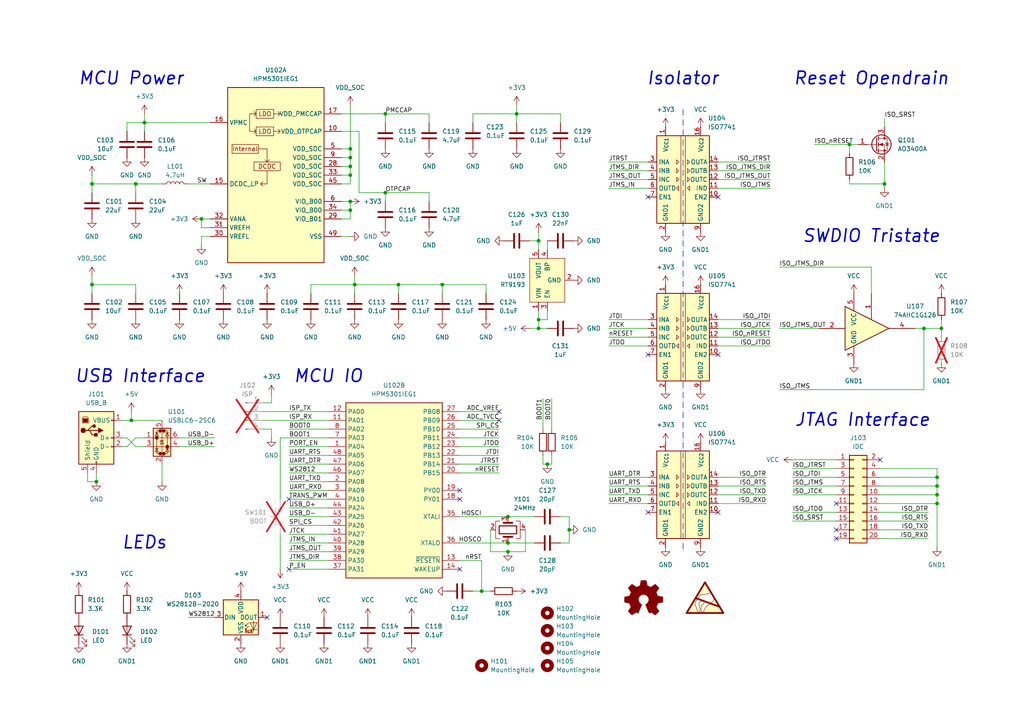
<source format=kicad_sch>
(kicad_sch (version 20250114) (generator "eeschema") (generator_version "9.0")
  (paper "A4")
  (title_block (title "HSLink ISO") (date "2025-12-05") (rev "1.0") (company "akako"))
  (text "JTAG Interface" (at 250.19 121.92 0) (effects (font (size 3.62 3.62) (thickness 0.4525) (italic yes))))
  (text "Isolator" (at 198.12 22.86 0) (effects (font (size 3.62 3.62) (thickness 0.4525) (italic yes))))
  (text "USB Interface" (at 40.64 109.22 0) (effects (font (size 3.62 3.62) (thickness 0.4525) (italic yes))))
  (text "Reset Opendrain" (at 252.73 22.86 0) (effects (font (size 3.62 3.62) (thickness 0.4525) (italic yes))))
  (text "MCU Power" (at 38.1 22.86 0) (effects (font (size 3.62 3.62) (thickness 0.4525) (italic yes))))
  (text "MCU IO" (at 95.25 109.22 0) (effects (font (size 3.62 3.62) (thickness 0.4525) (italic yes))))
  (text "SWDIO Tristate" (at 252.73 68.58 0) (effects (font (size 3.62 3.62) (thickness 0.4525) (italic yes))))
  (text "LEDs" (at 41.91 157.48 0) (effects (font (size 3.62 3.62) (thickness 0.4525) (italic yes))))
  (junction (at 101.6 48.26))
  (junction (at 115.57 82.55))
  (junction (at 271.78 146.05))
  (junction (at 271.78 138.43))
  (junction (at 256.54 53.34))
  (junction (at 271.78 140.97))
  (junction (at 26.67 82.55))
  (junction (at 273.05 95.25))
  (junction (at 101.6 58.42))
  (junction (at 139.7 171.45))
  (junction (at 158.75 134.62))
  (junction (at 102.87 82.55))
  (junction (at 41.91 35.56))
  (junction (at 147.32 149.86))
  (junction (at 271.78 143.51))
  (junction (at 101.6 50.8))
  (junction (at 156.21 95.25))
  (junction (at 111.76 33.02))
  (junction (at 101.6 60.96))
  (junction (at 165.1 153.67))
  (junction (at 128.27 82.55))
  (junction (at 147.32 160.02))
  (junction (at 101.6 45.72))
  (junction (at 111.76 55.88))
  (junction (at 149.86 33.02))
  (junction (at 101.6 43.18))
  (junction (at 58.42 63.5))
  (junction (at 39.37 53.34))
  (junction (at 27.94 139.7))
  (junction (at 156.21 69.85))
  (junction (at 246.38 41.91))
  (junction (at 147.32 157.48))
  (junction (at 38.1 121.92))
  (junction (at 267.97 95.25))
  (junction (at 26.67 53.34))
  (junction (at 156.21 92.71))
  (no_connect (at 83.82 144.78))
  (no_connect (at 187.96 148.59))
  (no_connect (at 133.35 142.24))
  (no_connect (at 208.28 102.87))
  (no_connect (at 208.28 148.59))
  (no_connect (at 187.96 57.15))
  (no_connect (at 242.57 146.05))
  (no_connect (at 208.28 57.15))
  (no_connect (at 144.78 121.92))
  (no_connect (at 133.35 165.1))
  (no_connect (at 133.35 144.78))
  (no_connect (at 187.96 102.87))
  (no_connect (at 242.57 153.67))
  (no_connect (at 144.78 119.38))
  (no_connect (at 83.82 165.1))
  (no_connect (at 255.27 133.35))
  (no_connect (at 242.57 156.21))
  (no_connect (at 77.47 179.07))
  (wire (pts (xy 139.7 171.45) (xy 142.24 171.45)))
  (wire (pts (xy 208.28 140.97) (xy 222.25 140.97)))
  (wire (pts (xy 142.24 160.02) (xy 147.32 160.02)))
  (wire (pts (xy 111.76 33.02) (xy 124.46 33.02)))
  (wire (pts (xy 41.91 127) (xy 39.37 127)))
  (wire (pts (xy 25.4 137.16) (xy 25.4 139.7)))
  (wire (pts (xy 271.78 143.51) (xy 271.78 146.05)))
  (wire (pts (xy 156.21 69.85) (xy 156.21 67.31)))
  (wire (pts (xy 226.06 77.47) (xy 252.73 77.47)))
  (wire (pts (xy 256.54 53.34) (xy 256.54 46.99)))
  (wire (pts (xy 83.82 157.48) (xy 95.25 157.48)))
  (wire (pts (xy 176.53 140.97) (xy 187.96 140.97)))
  (wire (pts (xy 226.06 95.25) (xy 237.49 95.25)))
  (wire (pts (xy 115.57 82.55) (xy 102.87 82.55)))
  (wire (pts (xy 176.53 52.07) (xy 187.96 52.07)))
  (wire (pts (xy 160.02 115.57) (xy 160.02 124.46)))
  (wire (pts (xy 144.78 124.46) (xy 133.35 124.46)))
  (wire (pts (xy 246.38 41.91) (xy 248.92 41.91)))
  (wire (pts (xy 255.27 143.51) (xy 271.78 143.51)))
  (wire (pts (xy 255.27 148.59) (xy 269.24 148.59)))
  (wire (pts (xy 187.96 100.33) (xy 176.53 100.33)))
  (wire (pts (xy 208.28 95.25) (xy 223.52 95.25)))
  (wire (pts (xy 99.06 50.8) (xy 101.6 50.8)))
  (wire (pts (xy 137.16 171.45) (xy 139.7 171.45)))
  (wire (pts (xy 223.52 49.53) (xy 208.28 49.53)))
  (wire (pts (xy 149.86 33.02) (xy 137.16 33.02)))
  (wire (pts (xy 83.82 147.32) (xy 95.25 147.32)))
  (wire (pts (xy 60.96 66.04) (xy 58.42 66.04)))
  (wire (pts (xy 208.28 54.61) (xy 223.52 54.61)))
  (wire (pts (xy 41.91 35.56) (xy 41.91 38.1)))
  (wire (pts (xy 157.48 132.08) (xy 157.48 134.62)))
  (wire (pts (xy 81.28 127) (xy 95.25 127)))
  (wire (pts (xy 156.21 92.71) (xy 158.75 92.71)))
  (wire (pts (xy 78.74 114.3) (xy 78.74 116.84)))
  (wire (pts (xy 83.82 124.46) (xy 95.25 124.46)))
  (wire (pts (xy 162.56 35.56) (xy 162.56 33.02)))
  (wire (pts (xy 76.2 119.38) (xy 95.25 119.38)))
  (wire (pts (xy 58.42 66.04) (xy 58.42 63.5)))
  (polyline (pts (xy 198.12 31.75) (xy 198.12 160.02)) (stroke (width 0) (type dash_dot)))
  (wire (pts (xy 273.05 92.71) (xy 273.05 95.25)))
  (wire (pts (xy 36.83 127) (xy 39.37 129.54)))
  (wire (pts (xy 58.42 68.58) (xy 58.42 71.12)))
  (wire (pts (xy 229.87 148.59) (xy 242.57 148.59)))
  (wire (pts (xy 187.96 46.99) (xy 176.53 46.99)))
  (wire (pts (xy 156.21 95.25) (xy 156.21 92.71)))
  (wire (pts (xy 252.73 85.09) (xy 252.73 77.47)))
  (wire (pts (xy 99.06 43.18) (xy 101.6 43.18)))
  (wire (pts (xy 124.46 33.02) (xy 124.46 35.56)))
  (wire (pts (xy 111.76 55.88) (xy 111.76 58.42)))
  (wire (pts (xy 267.97 95.25) (xy 267.97 113.03)))
  (wire (pts (xy 83.82 154.94) (xy 95.25 154.94)))
  (wire (pts (xy 38.1 119.38) (xy 38.1 121.92)))
  (wire (pts (xy 149.86 33.02) (xy 149.86 35.56)))
  (wire (pts (xy 176.53 143.51) (xy 187.96 143.51)))
  (wire (pts (xy 26.67 53.34) (xy 39.37 53.34)))
  (wire (pts (xy 208.28 146.05) (xy 222.25 146.05)))
  (wire (pts (xy 83.82 137.16) (xy 95.25 137.16)))
  (wire (pts (xy 26.67 82.55) (xy 26.67 85.09)))
  (wire (pts (xy 39.37 53.34) (xy 46.99 53.34)))
  (wire (pts (xy 133.35 121.92) (xy 144.78 121.92)))
  (wire (pts (xy 236.22 41.91) (xy 246.38 41.91)))
  (wire (pts (xy 156.21 72.39) (xy 156.21 69.85)))
  (wire (pts (xy 165.1 153.67) (xy 165.1 157.48)))
  (wire (pts (xy 99.06 63.5) (xy 101.6 63.5)))
  (wire (pts (xy 140.97 85.09) (xy 140.97 82.55)))
  (wire (pts (xy 102.87 80.01) (xy 102.87 82.55)))
  (wire (pts (xy 39.37 129.54) (xy 41.91 129.54)))
  (wire (pts (xy 137.16 33.02) (xy 137.16 35.56)))
  (wire (pts (xy 58.42 63.5) (xy 60.96 63.5)))
  (wire (pts (xy 78.74 116.84) (xy 76.2 116.84)))
  (wire (pts (xy 255.27 138.43) (xy 271.78 138.43)))
  (wire (pts (xy 124.46 58.42) (xy 124.46 55.88)))
  (wire (pts (xy 256.54 54.61) (xy 256.54 53.34)))
  (wire (pts (xy 176.53 54.61) (xy 187.96 54.61)))
  (wire (pts (xy 149.86 30.48) (xy 149.86 33.02)))
  (wire (pts (xy 147.32 157.48) (xy 154.94 157.48)))
  (wire (pts (xy 81.28 165.1) (xy 81.28 154.94)))
  (wire (pts (xy 101.6 63.5) (xy 101.6 60.96)))
  (wire (pts (xy 176.53 138.43) (xy 187.96 138.43)))
  (wire (pts (xy 271.78 140.97) (xy 271.78 143.51)))
  (wire (pts (xy 165.1 149.86) (xy 165.1 153.67)))
  (wire (pts (xy 104.14 38.1) (xy 99.06 38.1)))
  (wire (pts (xy 133.35 129.54) (xy 144.78 129.54)))
  (wire (pts (xy 26.67 53.34) (xy 26.67 55.88)))
  (wire (pts (xy 83.82 149.86) (xy 95.25 149.86)))
  (wire (pts (xy 265.43 95.25) (xy 267.97 95.25)))
  (wire (pts (xy 271.78 135.89) (xy 271.78 138.43)))
  (wire (pts (xy 78.74 127) (xy 78.74 124.46)))
  (wire (pts (xy 99.06 53.34) (xy 101.6 53.34)))
  (wire (pts (xy 153.67 95.25) (xy 156.21 95.25)))
  (wire (pts (xy 273.05 95.25) (xy 273.05 97.79)))
  (wire (pts (xy 35.56 127) (xy 36.83 127)))
  (wire (pts (xy 229.87 140.97) (xy 242.57 140.97)))
  (wire (pts (xy 255.27 146.05) (xy 271.78 146.05)))
  (wire (pts (xy 26.67 80.01) (xy 26.67 82.55)))
  (wire (pts (xy 229.87 133.35) (xy 242.57 133.35)))
  (wire (pts (xy 83.82 162.56) (xy 95.25 162.56)))
  (wire (pts (xy 158.75 92.71) (xy 158.75 90.17)))
  (wire (pts (xy 160.02 134.62) (xy 158.75 134.62)))
  (wire (pts (xy 99.06 68.58) (xy 101.6 68.58)))
  (wire (pts (xy 142.24 153.67) (xy 142.24 160.02)))
  (wire (pts (xy 246.38 53.34) (xy 256.54 53.34)))
  (wire (pts (xy 115.57 82.55) (xy 115.57 85.09)))
  (wire (pts (xy 255.27 151.13) (xy 269.24 151.13)))
  (wire (pts (xy 99.06 45.72) (xy 101.6 45.72)))
  (wire (pts (xy 246.38 41.91) (xy 246.38 44.45)))
  (wire (pts (xy 52.07 127) (xy 62.23 127)))
  (wire (pts (xy 229.87 138.43) (xy 242.57 138.43)))
  (wire (pts (xy 52.07 129.54) (xy 62.23 129.54)))
  (wire (pts (xy 133.35 162.56) (xy 139.7 162.56)))
  (wire (pts (xy 256.54 34.29) (xy 256.54 36.83)))
  (wire (pts (xy 83.82 129.54) (xy 95.25 129.54)))
  (wire (pts (xy 83.82 132.08) (xy 95.25 132.08)))
  (wire (pts (xy 99.06 33.02) (xy 111.76 33.02)))
  (wire (pts (xy 147.32 160.02) (xy 152.4 160.02)))
  (wire (pts (xy 229.87 151.13) (xy 242.57 151.13)))
  (wire (pts (xy 78.74 124.46) (xy 76.2 124.46)))
  (wire (pts (xy 90.17 82.55) (xy 90.17 85.09)))
  (wire (pts (xy 101.6 48.26) (xy 101.6 45.72)))
  (wire (pts (xy 99.06 60.96) (xy 101.6 60.96)))
  (wire (pts (xy 255.27 153.67) (xy 269.24 153.67)))
  (wire (pts (xy 128.27 82.55) (xy 128.27 85.09)))
  (wire (pts (xy 133.35 119.38) (xy 144.78 119.38)))
  (wire (pts (xy 128.27 82.55) (xy 115.57 82.55)))
  (wire (pts (xy 165.1 157.48) (xy 162.56 157.48)))
  (wire (pts (xy 271.78 146.05) (xy 271.78 158.75)))
  (wire (pts (xy 187.96 97.79) (xy 176.53 97.79)))
  (wire (pts (xy 83.82 165.1) (xy 95.25 165.1)))
  (wire (pts (xy 140.97 82.55) (xy 128.27 82.55)))
  (wire (pts (xy 101.6 60.96) (xy 101.6 58.42)))
  (wire (pts (xy 208.28 138.43) (xy 222.25 138.43)))
  (wire (pts (xy 39.37 85.09) (xy 39.37 82.55)))
  (wire (pts (xy 176.53 95.25) (xy 187.96 95.25)))
  (wire (pts (xy 99.06 58.42) (xy 101.6 58.42)))
  (wire (pts (xy 208.28 52.07) (xy 223.52 52.07)))
  (wire (pts (xy 102.87 82.55) (xy 102.87 85.09)))
  (wire (pts (xy 83.82 152.4) (xy 95.25 152.4)))
  (wire (pts (xy 162.56 149.86) (xy 165.1 149.86)))
  (wire (pts (xy 36.83 35.56) (xy 41.91 35.56)))
  (wire (pts (xy 153.67 69.85) (xy 156.21 69.85)))
  (wire (pts (xy 271.78 138.43) (xy 271.78 140.97)))
  (wire (pts (xy 255.27 135.89) (xy 271.78 135.89)))
  (wire (pts (xy 81.28 127) (xy 81.28 144.78)))
  (wire (pts (xy 27.94 139.7) (xy 27.94 137.16)))
  (wire (pts (xy 139.7 162.56) (xy 139.7 171.45)))
  (wire (pts (xy 229.87 143.51) (xy 242.57 143.51)))
  (wire (pts (xy 152.4 160.02) (xy 152.4 153.67)))
  (wire (pts (xy 133.35 127) (xy 144.78 127)))
  (wire (pts (xy 39.37 53.34) (xy 39.37 55.88)))
  (wire (pts (xy 160.02 132.08) (xy 160.02 134.62)))
  (wire (pts (xy 162.56 33.02) (xy 149.86 33.02)))
  (wire (pts (xy 83.82 139.7) (xy 95.25 139.7)))
  (wire (pts (xy 35.56 129.54) (xy 36.83 129.54)))
  (wire (pts (xy 255.27 156.21) (xy 269.24 156.21)))
  (wire (pts (xy 208.28 100.33) (xy 223.52 100.33)))
  (wire (pts (xy 208.28 46.99) (xy 223.52 46.99)))
  (wire (pts (xy 26.67 50.8) (xy 26.67 53.34)))
  (wire (pts (xy 246.38 52.07) (xy 246.38 53.34)))
  (wire (pts (xy 39.37 127) (xy 36.83 129.54)))
  (wire (pts (xy 111.76 55.88) (xy 124.46 55.88)))
  (wire (pts (xy 208.28 143.51) (xy 222.25 143.51)))
  (wire (pts (xy 158.75 69.85) (xy 158.75 72.39)))
  (wire (pts (xy 41.91 33.02) (xy 41.91 35.56)))
  (wire (pts (xy 133.35 157.48) (xy 147.32 157.48)))
  (wire (pts (xy 54.61 179.07) (xy 62.23 179.07)))
  (wire (pts (xy 176.53 49.53) (xy 187.96 49.53)))
  (wire (pts (xy 208.28 97.79) (xy 223.52 97.79)))
  (wire (pts (xy 229.87 135.89) (xy 242.57 135.89)))
  (wire (pts (xy 36.83 38.1) (xy 36.83 35.56)))
  (wire (pts (xy 158.75 95.25) (xy 156.21 95.25)))
  (wire (pts (xy 101.6 30.48) (xy 101.6 43.18)))
  (wire (pts (xy 133.35 134.62) (xy 144.78 134.62)))
  (wire (pts (xy 39.37 82.55) (xy 26.67 82.55)))
  (wire (pts (xy 83.82 144.78) (xy 95.25 144.78)))
  (wire (pts (xy 226.06 113.03) (xy 267.97 113.03)))
  (wire (pts (xy 133.35 149.86) (xy 147.32 149.86)))
  (wire (pts (xy 101.6 53.34) (xy 101.6 50.8)))
  (wire (pts (xy 157.48 115.57) (xy 157.48 124.46)))
  (wire (pts (xy 111.76 33.02) (xy 111.76 35.56)))
  (wire (pts (xy 60.96 68.58) (xy 58.42 68.58)))
  (wire (pts (xy 187.96 92.71) (xy 176.53 92.71)))
  (wire (pts (xy 83.82 160.02) (xy 95.25 160.02)))
  (wire (pts (xy 101.6 43.18) (xy 101.6 45.72)))
  (wire (pts (xy 147.32 149.86) (xy 154.94 149.86)))
  (wire (pts (xy 83.82 142.24) (xy 95.25 142.24)))
  (wire (pts (xy 25.4 139.7) (xy 27.94 139.7)))
  (wire (pts (xy 176.53 146.05) (xy 187.96 146.05)))
  (wire (pts (xy 208.28 92.71) (xy 223.52 92.71)))
  (wire (pts (xy 267.97 95.25) (xy 273.05 95.25)))
  (wire (pts (xy 255.27 140.97) (xy 271.78 140.97)))
  (wire (pts (xy 35.56 121.92) (xy 38.1 121.92)))
  (wire (pts (xy 104.14 55.88) (xy 104.14 38.1)))
  (wire (pts (xy 104.14 55.88) (xy 111.76 55.88)))
  (wire (pts (xy 99.06 48.26) (xy 101.6 48.26)))
  (wire (pts (xy 76.2 121.92) (xy 95.25 121.92)))
  (wire (pts (xy 158.75 134.62) (xy 157.48 134.62)))
  (wire (pts (xy 101.6 50.8) (xy 101.6 48.26)))
  (wire (pts (xy 46.99 134.62) (xy 46.99 139.7)))
  (wire (pts (xy 38.1 121.92) (xy 46.99 121.92)))
  (wire (pts (xy 102.87 82.55) (xy 90.17 82.55)))
  (wire (pts (xy 133.35 132.08) (xy 144.78 132.08)))
  (wire (pts (xy 83.82 134.62) (xy 95.25 134.62)))
  (wire (pts (xy 133.35 137.16) (xy 144.78 137.16)))
  (wire (pts (xy 41.91 35.56) (xy 60.96 35.56)))
  (wire (pts (xy 54.61 53.34) (xy 60.96 53.34)))
  (wire (pts (xy 156.21 92.71) (xy 156.21 90.17)))
  (label "BOOT1" (at 83.82 127 0))
  (label "ISO_RXD" (at 222.25 146.05 180))
  (label "UART_RTS" (at 83.82 132.08 0))
  (label "ISO_RTS" (at 222.25 140.97 180))
  (label "ISO_JTDI" (at 223.52 92.71 180) (effects (font (thickness 0.1588))))
  (label "ISO_JTCK" (at 223.52 95.25 180) (effects (font (thickness 0.1588))))
  (label "UART_RXD" (at 83.82 142.24 0))
  (label "UART_RTS" (at 176.53 140.97 0))
  (label "JTMS_OUT" (at 83.82 160.02 0))
  (label "JTMS_OUT" (at 176.53 52.07 0))
  (label "JTMS_DIR" (at 83.82 162.56 0))
  (label "ISO_SRST" (at 256.54 34.29 0) (effects (font (thickness 0.1588))))
  (label "ADC_TVCC" (at 144.78 121.92 180))
  (label "JTCK" (at 176.53 95.25 0))
  (label "UART_TXD" (at 176.53 143.51 0))
  (label "HOSCO" (at 139.7 157.48 180))
  (label "UART_TXD" (at 83.82 139.7 0))
  (label "TRANS_PWM" (at 83.82 144.78 0))
  (label "USB_D+" (at 62.23 129.54 180))
  (label "ISO_JTRST" (at 229.87 135.89 0) (effects (font (thickness 0.1588))))
  (label "JTCK" (at 144.78 127 180))
  (label "JTCK" (at 83.82 154.94 0))
  (label "JTMS_IN" (at 176.53 54.61 0))
  (label "ISO_JTMS" (at 229.87 140.97 0) (effects (font (thickness 0.1588))))
  (label "ISO_TXD" (at 269.24 153.67 180))
  (label "ISO_JTDI" (at 229.87 138.43 0) (effects (font (thickness 0.1588))))
  (label "UART_DTR" (at 83.82 134.62 0))
  (label "ISO_nRESET" (at 236.22 41.91 0) (effects (font (thickness 0.1588))))
  (label "JTDI" (at 176.53 92.71 0))
  (label "ISO_JTCK" (at 229.87 143.51 0) (effects (font (thickness 0.1588))))
  (label "JTRST" (at 176.53 46.99 0))
  (label "WS2812" (at 83.82 137.16 0))
  (label "P_EN" (at 83.82 165.1 0))
  (label "HOSCI" (at 139.7 149.86 180))
  (label "UART_RXD" (at 176.53 146.05 0))
  (label "ISO_RXD" (at 269.24 156.21 180))
  (label "ISO_JTMS_OUT" (at 226.06 95.25 0))
  (label "USB_D+" (at 83.82 147.32 0))
  (label "nRESET" (at 176.53 97.79 0))
  (label "ISO_JTMS" (at 223.52 54.61 180) (effects (font (thickness 0.1588))))
  (label "ISO_SRST" (at 229.87 151.13 0) (effects (font (thickness 0.1588))))
  (label "ISO_DTR" (at 222.25 138.43 180))
  (label "OTPCAP" (at 111.76 55.88 0))
  (label "ISP_TX" (at 83.82 119.38 0))
  (label "PMCCAP" (at 111.76 33.02 0))
  (label "JTDO" (at 144.78 129.54 180))
  (label "SPI_CS" (at 83.82 152.4 0))
  (label "ISO_JTMS_OUT" (at 223.52 52.07 180))
  (label "USB_D-" (at 62.23 127 180))
  (label "JTDO" (at 176.53 100.33 0))
  (label "ISO_RTS" (at 269.24 151.13 180))
  (label "BOOT0" (at 83.82 124.46 0))
  (label "JTRST" (at 144.78 134.62 180))
  (label "BOOT1" (at 157.48 115.57 270))
  (label "SPI_CS" (at 144.78 124.46 180))
  (label "BOOT0" (at 160.02 115.57 270))
  (label "nRESET" (at 144.78 137.16 180))
  (label "ISO_JTMS_DIR" (at 226.06 77.47 0))
  (label "JTMS_IN" (at 83.82 157.48 0))
  (label "ISO_JTMS_DIR" (at 223.52 49.53 180))
  (label "SW" (at 57.15 53.34 0))
  (label "ADC_VREF" (at 144.78 119.38 180))
  (label "UART_DTR" (at 176.53 138.43 0))
  (label "ISO_JTRST" (at 223.52 46.99 180) (effects (font (thickness 0.1588))))
  (label "ISO_TXD" (at 222.25 143.51 180))
  (label "ISO_DTR" (at 269.24 148.59 180))
  (label "ISP_RX" (at 83.82 121.92 0))
  (label "PORT_EN" (at 83.82 129.54 0))
  (label "ISO_JTMS" (at 226.06 113.03 0) (effects (font (thickness 0.1588))))
  (label "ISO_JTDO" (at 229.87 148.59 0) (effects (font (thickness 0.1588))))
  (label "WS2812" (at 54.61 179.07 0))
  (label "ISO_JTDO" (at 223.52 100.33 180) (effects (font (thickness 0.1588))))
  (label "JTMS_DIR" (at 176.53 49.53 0))
  (label "nRST" (at 139.7 162.56 180))
  (label "JTDI" (at 144.78 132.08 180))
  (label "ISO_nRESET" (at 223.52 97.79 180) (effects (font (thickness 0.1588))))
  (label "USB_D-" (at 83.82 149.86 0))
  (symbol (lib_id "power:GND") (at 64.77 92.71 0) (unit 1)
    (property "Reference" "#PWR0122" (effects (hide yes)))
    (property "Value" "GND" (at 64.77 97.79 0))
    (property "Description" "Power symbol creates a global label with name \"GND\" , ground" (effects (hide yes)))
  )
  (symbol (lib_id "Device:C") (at 111.76 39.37 0) (unit 1)
    (property "Reference" "C115" (at 115.57 38.0999 0) (effects (justify left)))
    (property "Value" "0.1uF" (at 115.57 40.6399 0) (effects (justify left)))
    (property "Footprint" "Capacitor_SMD:C_0603_1608Metric" (effects (hide yes)))
    (property "Description" "Unpolarized capacitor" (effects (hide yes)))
  )
  (symbol (lib_id "power:GND") (at 137.16 43.18 0) (unit 1)
    (property "Reference" "#PWR0151" (effects (hide yes)))
    (property "Value" "GND" (at 137.16 48.26 0))
    (property "Description" "Power symbol creates a global label with name \"GND\" , ground" (effects (hide yes)))
  )
  (symbol (lib_id "Device:C") (at 124.46 62.23 0) (unit 1)
    (property "Reference" "C120" (at 128.27 60.9599 0) (effects (justify left)))
    (property "Value" "4.7uF" (at 128.27 63.4999 0) (effects (justify left)))
    (property "Footprint" "Capacitor_SMD:C_0603_1608Metric" (effects (hide yes)))
    (property "Description" "Unpolarized capacitor" (effects (hide yes)))
  )
  (symbol (lib_id "power:+3V3") (at 149.86 30.48 0) (unit 1)
    (property "Reference" "#PWR0155" (effects (hide yes)))
    (property "Value" "+3V3" (at 149.86 25.4 0))
    (property "Description" "Power symbol creates a global label with name \"+3V3\"" (effects (hide yes)))
  )
  (symbol (lib_id "power:GND1") (at 119.38 186.69 0) (unit 1)
    (property "Reference" "#PWR0146" (effects (hide yes)))
    (property "Value" "GND1" (at 119.38 191.77 0))
    (property "Description" "Power symbol creates a global label with name \"GND1\" , ground" (effects (hide yes)))
  )
  (symbol (lib_id "Device:LED") (at 22.86 182.88 90) (unit 1)
    (property "Reference" "D101" (at 26.67 183.1974 90) (effects (justify right)))
    (property "Value" "LED" (at 26.67 185.7374 90) (effects (justify right)))
    (property "Footprint" "LED_SMD:LED_0603_1608Metric" (effects (hide yes)))
    (property "Description" "Light emitting diode" (effects (hide yes)))
    (property "Sim.Pins" "1=K 2=A" (effects (hide yes)))
  )
  (symbol (lib_id "power:GND") (at 149.86 43.18 0) (unit 1)
    (property "Reference" "#PWR0156" (effects (hide yes)))
    (property "Value" "GND" (at 149.86 48.26 0))
    (property "Description" "Power symbol creates a global label with name \"GND\" , ground" (effects (hide yes)))
  )
  (symbol (lib_id "power:+3V3") (at 52.07 85.09 0) (unit 1)
    (property "Reference" "#PWR0117" (effects (hide yes)))
    (property "Value" "+3V3" (at 52.07 80.01 0))
    (property "Description" "Power symbol creates a global label with name \"+3V3\"" (effects (hide yes)))
  )
  (symbol (lib_id "power:VDD") (at 26.67 80.01 0) (unit 1)
    (property "Reference" "#PWR0105" (effects (hide yes)))
    (property "Value" "VDD_SOC" (at 26.67 74.93 0))
    (property "Description" "Power symbol creates a global label with name \"VDD_SOC\"" (effects (hide yes)))
  )
  (symbol (lib_id "power:GND") (at 146.05 69.85 270) (unit 1)
    (property "Reference" "#PWR0153" (effects (hide yes)))
    (property "Value" "GND" (at 142.24 69.8499 90) (effects (justify right)))
    (property "Description" "Power symbol creates a global label with name \"GND\" , ground" (effects (hide yes)))
  )
  (symbol (lib_id "Device:LED") (at 36.83 182.88 90) (unit 1)
    (property "Reference" "D102" (at 40.64 183.1974 90) (effects (justify right)))
    (property "Value" "LED" (at 40.64 185.7374 90) (effects (justify right)))
    (property "Footprint" "LED_SMD:LED_0603_1608Metric" (effects (hide yes)))
    (property "Description" "Light emitting diode" (effects (hide yes)))
    (property "Sim.Pins" "1=K 2=A" (effects (hide yes)))
  )
  (symbol (lib_id "power:VCC") (at 203.2 36.83 0) (mirror y) (unit 1)
    (property "Reference" "#PWR0172" (effects (hide yes)))
    (property "Value" "VCC" (at 203.2 31.75 0))
    (property "Description" "Power symbol creates a global label with name \"VCC\"" (effects (hide yes)))
  )
  (symbol (lib_id "Isolator:ISO6741") (at 198.12 143.51 0) (unit 1)
    (property "Reference" "U106" (at 205.3433 125.73 0) (effects (justify left)))
    (property "Value" "ISO7741" (at 205.3433 128.27 0) (effects (justify left)))
    (property "Footprint" "Package_SO:QSOP-16_3.9x4.9mm_P0.635mm" (effects (hide yes)))
    (property "Datasheet" "https://www.ti.com/lit/ds/symlink/iso6741.pdf" (effects (hide yes)))
    (property "Description" "General-purpose, quad-channel, 3/1 digital isolator" (effects (hide yes)))
  )
  (symbol (lib_id "power:VCC") (at 93.98 179.07 0) (unit 1)
    (property "Reference" "#PWR0133" (effects (hide yes)))
    (property "Value" "VCC" (at 93.98 173.99 0))
    (property "Description" "Power symbol creates a global label with name \"VCC\"" (effects (hide yes)))
  )
  (symbol (lib_id "power:+3V3") (at 193.04 128.27 0) (mirror y) (unit 1)
    (property "Reference" "#PWR0170" (effects (hide yes)))
    (property "Value" "+3V3" (at 193.04 123.19 0))
    (property "Description" "Power symbol creates a global label with name \"+3V3\"" (effects (hide yes)))
  )
  (symbol (lib_id "power:GND1") (at 93.98 186.69 0) (unit 1)
    (property "Reference" "#PWR0134" (effects (hide yes)))
    (property "Value" "GND1" (at 93.98 191.77 0))
    (property "Description" "Power symbol creates a global label with name \"GND1\" , ground" (effects (hide yes)))
  )
  (symbol (lib_id "myLib:HPM5301IEG1") (at 80.01 50.8 0) (unit 1)
    (property "Reference" "U102" (at 80.01 20.32 0))
    (property "Value" "HPM5301IEG1" (at 80.01 22.86 0))
    (property "Footprint" "Package_DFN_QFN:QFN-48-1EP_6x6mm_P0.4mm_EP4.2x4.2mm" (effects (hide yes)))
    (property "Datasheet" "http://www.hpmicro.com/down.aspx?DId=b9f427fc-7856-4897-8a2b-247d1845c1b1&LId=091cdc4f-0cbe-4040-87bc-79f1448ed356&SkipL=T" (effects (hide yes)))
    (property "Description" "Hpmicro High Performance Motion Control MCU, QFN48" (effects (hide yes)))
  )
  (symbol (lib_id "Device:R") (at 36.83 175.26 0) (unit 1)
    (property "Reference" "R102" (at 39.37 173.9899 0) (effects (justify left)))
    (property "Value" "3.3K" (at 39.37 176.5299 0) (effects (justify left)))
    (property "Footprint" "Resistor_SMD:R_0603_1608Metric" (effects (hide yes)))
    (property "Description" "Resistor" (effects (hide yes)))
  )
  (symbol (lib_id "power:GND1") (at 256.54 54.61 0) (unit 1)
    (property "Reference" "#PWR0181" (effects (hide yes)))
    (property "Value" "GND1" (at 256.54 59.69 0))
    (property "Description" "Power symbol creates a global label with name \"GND1\" , ground" (effects (hide yes)))
  )
  (symbol (lib_id "power:GND") (at 26.67 63.5 0) (unit 1)
    (property "Reference" "#PWR0104" (effects (hide yes)))
    (property "Value" "GND" (at 26.67 68.58 0))
    (property "Description" "Power symbol creates a global label with name \"GND\" , ground" (effects (hide yes)))
  )
  (symbol (lib_id "power:GND1") (at 273.05 105.41 0) (unit 1)
    (property "Reference" "#PWR0184" (effects (hide yes)))
    (property "Value" "GND1" (at 273.05 110.49 0))
    (property "Description" "Power symbol creates a global label with name \"GND1\" , ground" (effects (hide yes)))
  )
  (symbol (lib_id "Device:C") (at 64.77 88.9 0) (unit 1)
    (property "Reference" "C108" (at 68.58 87.6299 0) (effects (justify left)))
    (property "Value" "0.1uF" (at 68.58 90.1699 0) (effects (justify left)))
    (property "Footprint" "Capacitor_SMD:C_0603_1608Metric" (effects (hide yes)))
    (property "Description" "Unpolarized capacitor" (effects (hide yes)))
  )
  (symbol (lib_id "Graphic:Logo_Open_Hardware_Small") (at 186.69 173.99 0) (unit 1) (exclude_from_sim yes) (in_bom no)
    (property "Reference" "#SYM101" (effects (hide yes)))
    (property "Value" "Logo_Open_Hardware_Small" (effects (hide yes)))
    (property "Footprint" "Symbol:OSHW-Symbol_6.7x6mm_SilkScreen" (effects (hide yes)))
    (property "Description" "Open Hardware logo, small" (effects (hide yes)))
  )
  (symbol (lib_id "myLib:RT9193") (at 158.75 81.28 90) (unit 1)
    (property "Reference" "U103" (at 152.4 80.0099 90) (effects (justify left)))
    (property "Value" "RT9193" (at 152.4 82.5499 90) (effects (justify left)))
    (property "Footprint" "Package_TO_SOT_SMD:SOT-23-5" (effects (hide yes)))
  )
  (symbol (lib_id "power:+5V") (at 38.1 119.38 0) (unit 1)
    (property "Reference" "#PWR0111" (effects (hide yes)))
    (property "Value" "+5V" (at 38.1 114.3 0))
    (property "Description" "Power symbol creates a global label with name \"+5V\"" (effects (hide yes)))
  )
  (symbol (lib_id "Mechanical:MountingHole") (at 139.7 193.04 0) (unit 1) (in_bom no)
    (property "Reference" "H101" (at 142.24 191.7699 0) (effects (justify left)))
    (property "Value" "MountingHole" (at 142.24 194.3099 0) (effects (justify left)))
    (property "Footprint" "MountingHole:MountingHole_3.2mm_M3" (effects (hide yes)))
    (property "Description" "Mounting Hole without connection" (effects (hide yes)))
  )
  (symbol (lib_id "Device:R") (at 273.05 101.6 180) (unit 1) (in_bom no) (dnp yes)
    (property "Reference" "R108" (at 275.59 100.3299 0) (effects (justify right)))
    (property "Value" "10K" (at 275.59 102.8699 0) (effects (justify right)))
    (property "Footprint" "Resistor_SMD:R_0603_1608Metric" (effects (hide yes)))
    (property "Description" "Resistor" (effects (hide yes)))
  )
  (symbol (lib_id "power:GND") (at 140.97 92.71 0) (unit 1)
    (property "Reference" "#PWR0152" (effects (hide yes)))
    (property "Value" "GND" (at 140.97 97.79 0))
    (property "Description" "Power symbol creates a global label with name \"GND\" , ground" (effects (hide yes)))
  )
  (symbol (lib_id "power:VCC") (at 203.2 82.55 0) (mirror y) (unit 1)
    (property "Reference" "#PWR0174" (effects (hide yes)))
    (property "Value" "VCC" (at 203.2 77.47 0))
    (property "Description" "Power symbol creates a global label with name \"VCC\"" (effects (hide yes)))
  )
  (symbol (lib_id "Mechanical:MountingHole") (at 158.75 177.8 0) (unit 1) (in_bom no)
    (property "Reference" "H102" (at 161.29 176.5299 0) (effects (justify left)))
    (property "Value" "MountingHole" (at 161.29 179.0699 0) (effects (justify left)))
    (property "Footprint" "MountingHole:MountingHole_2.2mm_M2" (effects (hide yes)))
    (property "Description" "Mounting Hole without connection" (effects (hide yes)))
  )
  (symbol (lib_id "power:GND") (at 193.04 158.75 0) (unit 1)
    (property "Reference" "#PWR0171" (effects (hide yes)))
    (property "Value" "GND" (at 193.04 163.83 0))
    (property "Description" "Power symbol creates a global label with name \"GND\" , ground" (effects (hide yes)))
  )
  (symbol (lib_id "Transistor_FET:AO3400A") (at 254 41.91 0) (unit 1)
    (property "Reference" "Q101" (at 260.35 40.6399 0) (effects (justify left)))
    (property "Value" "AO3400A" (at 260.35 43.1799 0) (effects (justify left)))
    (property "Footprint" "Package_TO_SOT_SMD:SOT-23" (effects (hide yes)))
    (property "Datasheet" "http://www.aosmd.com/pdfs/datasheet/AO3400A.pdf" (effects (hide yes)))
    (property "Description" "30V Vds, 5.7A Id, N-Channel MOSFET, SOT-23" (effects (hide yes)))
  )
  (symbol (lib_id "Device:Crystal_GND24") (at 147.32 153.67 90) (unit 1)
    (property "Reference" "Y101" (at 148.9711 144.78 90) (effects (justify right)))
    (property "Value" "24MHz" (at 148.9711 147.32 90) (effects (justify right)))
    (property "Footprint" "Crystal:Crystal_SMD_3225-4Pin_3.2x2.5mm" (effects (hide yes)))
    (property "Description" "Four pin crystal, GND on pins 2 and 4" (effects (hide yes)))
  )
  (symbol (lib_id "Mechanical:MountingHole") (at 158.75 193.04 0) (unit 1) (in_bom no)
    (property "Reference" "H105" (at 161.29 191.7699 0) (effects (justify left)))
    (property "Value" "MountingHole" (at 161.29 194.3099 0) (effects (justify left)))
    (property "Footprint" "MountingHole:MountingHole_2.2mm_M2" (effects (hide yes)))
    (property "Description" "Mounting Hole without connection" (effects (hide yes)))
  )
  (symbol (lib_id "Device:C") (at 26.67 88.9 0) (unit 1)
    (property "Reference" "C102" (at 30.48 87.6299 0) (effects (justify left)))
    (property "Value" "10uF" (at 30.48 90.1699 0) (effects (justify left)))
    (property "Footprint" "Capacitor_SMD:C_0805_2012Metric" (effects (hide yes)))
    (property "Description" "Unpolarized capacitor" (effects (hide yes)))
  )
  (symbol (lib_id "power:GND") (at 129.54 171.45 270) (unit 1)
    (property "Reference" "#PWR0150" (effects (hide yes)))
    (property "Value" "GND" (at 125.73 171.4499 90) (effects (justify right)))
    (property "Description" "Power symbol creates a global label with name \"GND\" , ground" (effects (hide yes)))
  )
  (symbol (lib_id "74xGxx:74AHC1G126") (at 252.73 95.25 0) (unit 1)
    (property "Reference" "U107" (at 265.43 88.8298 0))
    (property "Value" "74AHC1G126" (at 265.43 91.3698 0))
    (property "Footprint" "Package_TO_SOT_SMD:SOT-23-5" (effects (hide yes)))
    (property "Datasheet" "http://www.ti.com/lit/sg/scyt129e/scyt129e.pdf" (effects (hide yes)))
    (property "Description" "Single Buffer Gate Tri-State, Low-Voltage CMOS" (effects (hide yes)))
  )
  (symbol (lib_id "power:+3V3") (at 101.6 58.42 270) (unit 1)
    (property "Reference" "#PWR0136" (effects (hide yes)))
    (property "Value" "+3V3" (at 105.41 58.4199 90) (effects (justify left)))
    (property "Description" "Power symbol creates a global label with name \"+3V3\"" (effects (hide yes)))
  )
  (symbol (lib_id "Device:R") (at 160.02 128.27 0) (unit 1)
    (property "Reference" "R105" (at 162.56 126.9999 0) (effects (justify left)))
    (property "Value" "10K" (at 162.56 129.5399 0) (effects (justify left)))
    (property "Footprint" "Resistor_SMD:R_0603_1608Metric" (effects (hide yes)))
    (property "Description" "Resistor" (effects (hide yes)))
  )
  (symbol (lib_id "power:GND") (at 166.37 95.25 90) (unit 1)
    (property "Reference" "#PWR0165" (effects (hide yes)))
    (property "Value" "GND" (at 170.18 95.2499 90) (effects (justify right)))
    (property "Description" "Power symbol creates a global label with name \"GND\" , ground" (effects (hide yes)))
  )
  (symbol (lib_id "power:GND1") (at 81.28 186.69 0) (unit 1)
    (property "Reference" "#PWR0131" (effects (hide yes)))
    (property "Value" "GND1" (at 81.28 191.77 0))
    (property "Description" "Power symbol creates a global label with name \"GND1\" , ground" (effects (hide yes)))
  )
  (symbol (lib_id "power:GND") (at 193.04 113.03 0) (unit 1)
    (property "Reference" "#PWR0169" (effects (hide yes)))
    (property "Value" "GND" (at 193.04 118.11 0))
    (property "Description" "Power symbol creates a global label with name \"GND\" , ground" (effects (hide yes)))
  )
  (symbol (lib_id "power:+3V3") (at 156.21 67.31 0) (unit 1)
    (property "Reference" "#PWR0159" (effects (hide yes)))
    (property "Value" "+3V3" (at 156.21 62.23 0))
    (property "Description" "Power symbol creates a global label with name \"+3V3\"" (effects (hide yes)))
  )
  (symbol (lib_id "Connector_Generic:Conn_02x10_Odd_Even") (at 247.65 143.51 0) (unit 1)
    (property "Reference" "J103" (at 248.92 127 0))
    (property "Value" "IDC" (at 248.92 129.54 0))
    (property "Footprint" "Connector_IDC:IDC-Header_2x10_P2.54mm_Horizontal" (effects (hide yes)))
    (property "Description" "Generic connector, double row, 02x10, odd/even pin numbering scheme (row 1 odd numbers, row 2 even numbers), script generated (kicad-library-utils/schlib/autogen/connector/)" (effects (hide yes)))
  )
  (symbol (lib_id "power:GND") (at 26.67 92.71 0) (unit 1)
    (property "Reference" "#PWR0106" (effects (hide yes)))
    (property "Value" "GND" (at 26.67 97.79 0))
    (property "Description" "Power symbol creates a global label with name \"GND\" , ground" (effects (hide yes)))
  )
  (symbol (lib_id "Device:C") (at 119.38 182.88 0) (unit 1)
    (property "Reference" "C118" (at 123.19 181.6099 0) (effects (justify left)))
    (property "Value" "0.1uF" (at 123.19 184.1499 0) (effects (justify left)))
    (property "Footprint" "Capacitor_SMD:C_0603_1608Metric" (effects (hide yes)))
    (property "Description" "Unpolarized capacitor" (effects (hide yes)))
  )
  (symbol (lib_id "power:+3V3") (at 193.04 36.83 0) (mirror y) (unit 1)
    (property "Reference" "#PWR0166" (effects (hide yes)))
    (property "Value" "+3V3" (at 193.04 31.75 0))
    (property "Description" "Power symbol creates a global label with name \"+3V3\"" (effects (hide yes)))
  )
  (symbol (lib_id "power:VCC") (at 119.38 179.07 0) (unit 1)
    (property "Reference" "#PWR0145" (effects (hide yes)))
    (property "Value" "VCC" (at 119.38 173.99 0))
    (property "Description" "Power symbol creates a global label with name \"VCC\"" (effects (hide yes)))
  )
  (symbol (lib_id "Device:C") (at 149.86 39.37 0) (unit 1)
    (property "Reference" "C125" (at 153.67 38.0999 0) (effects (justify left)))
    (property "Value" "0.1uF" (at 153.67 40.6399 0) (effects (justify left)))
    (property "Footprint" "Capacitor_SMD:C_0603_1608Metric" (effects (hide yes)))
    (property "Description" "Unpolarized capacitor" (effects (hide yes)))
  )
  (symbol (lib_id "Device:C") (at 52.07 88.9 0) (unit 1)
    (property "Reference" "C107" (at 55.88 87.6299 0) (effects (justify left)))
    (property "Value" "0.1uF" (at 55.88 90.1699 0) (effects (justify left)))
    (property "Footprint" "Capacitor_SMD:C_0603_1608Metric" (effects (hide yes)))
    (property "Description" "Unpolarized capacitor" (effects (hide yes)))
  )
  (symbol (lib_id "Device:C") (at 162.56 39.37 0) (unit 1)
    (property "Reference" "C129" (at 166.37 38.0999 0) (effects (justify left)))
    (property "Value" "0.1uF" (at 166.37 40.6399 0) (effects (justify left)))
    (property "Footprint" "Capacitor_SMD:C_0603_1608Metric" (effects (hide yes)))
    (property "Description" "Unpolarized capacitor" (effects (hide yes)))
  )
  (symbol (lib_id "Device:R") (at 246.38 48.26 180) (unit 1)
    (property "Reference" "R106" (at 248.92 46.9899 0) (effects (justify right)))
    (property "Value" "10K" (at 248.92 49.5299 0) (effects (justify right)))
    (property "Footprint" "Resistor_SMD:R_0603_1608Metric" (effects (hide yes)))
    (property "Description" "Resistor" (effects (hide yes)))
  )
  (symbol (lib_id "Device:C") (at 115.57 88.9 0) (unit 1)
    (property "Reference" "C117" (at 119.38 87.6299 0) (effects (justify left)))
    (property "Value" "0.1uF" (at 119.38 90.1699 0) (effects (justify left)))
    (property "Footprint" "Capacitor_SMD:C_0603_1608Metric" (effects (hide yes)))
    (property "Description" "Unpolarized capacitor" (effects (hide yes)))
  )
  (symbol (lib_id "power:VCC") (at 273.05 85.09 0) (unit 1)
    (property "Reference" "#PWR0183" (effects (hide yes)))
    (property "Value" "VCC" (at 273.05 80.01 0))
    (property "Description" "Power symbol creates a global label with name \"VCC\"" (effects (hide yes)))
  )
  (symbol (lib_id "power:GND") (at 128.27 92.71 0) (unit 1)
    (property "Reference" "#PWR0149" (effects (hide yes)))
    (property "Value" "GND" (at 128.27 97.79 0))
    (property "Description" "Power symbol creates a global label with name \"GND\" , ground" (effects (hide yes)))
  )
  (symbol (lib_id "power:GND") (at 27.94 139.7 0) (unit 1)
    (property "Reference" "#PWR0107" (effects (hide yes)))
    (property "Value" "GND" (at 27.94 144.78 0))
    (property "Description" "Power symbol creates a global label with name \"GND\" , ground" (effects (hide yes)))
  )
  (symbol (lib_id "power:VCC") (at 203.2 128.27 0) (mirror y) (unit 1)
    (property "Reference" "#PWR0176" (effects (hide yes)))
    (property "Value" "VCC" (at 203.2 123.19 0))
    (property "Description" "Power symbol creates a global label with name \"VCC\"" (effects (hide yes)))
  )
  (symbol (lib_id "power:GND") (at 101.6 68.58 90) (unit 1)
    (property "Reference" "#PWR0137" (effects (hide yes)))
    (property "Value" "GND" (at 105.41 68.5799 90) (effects (justify right)))
    (property "Description" "Power symbol creates a global label with name \"GND\" , ground" (effects (hide yes)))
  )
  (symbol (lib_id "power:VDD") (at 102.87 80.01 0) (unit 1)
    (property "Reference" "#PWR0138" (effects (hide yes)))
    (property "Value" "VDD_SOC" (at 102.87 74.93 0))
    (property "Description" "Power symbol creates a global label with name \"VDD_SOC\"" (effects (hide yes)))
  )
  (symbol (lib_id "power:GND") (at 22.86 186.69 0) (unit 1)
    (property "Reference" "#PWR0102" (effects (hide yes)))
    (property "Value" "GND" (at 22.86 191.77 0))
    (property "Description" "Power symbol creates a global label with name \"GND\" , ground" (effects (hide yes)))
  )
  (symbol (lib_id "power:+3V3") (at 193.04 82.55 0) (mirror y) (unit 1)
    (property "Reference" "#PWR0168" (effects (hide yes)))
    (property "Value" "+3V3" (at 193.04 77.47 0))
    (property "Description" "Power symbol creates a global label with name \"+3V3\"" (effects (hide yes)))
  )
  (symbol (lib_id "power:GND") (at 166.37 81.28 90) (unit 1)
    (property "Reference" "#PWR0164" (effects (hide yes)))
    (property "Value" "GND" (at 170.18 81.2799 90) (effects (justify right)))
    (property "Description" "Power symbol creates a global label with name \"GND\" , ground" (effects (hide yes)))
  )
  (symbol (lib_id "power:GND") (at 165.1 153.67 90) (unit 1)
    (property "Reference" "#PWR0162" (effects (hide yes)))
    (property "Value" "GND" (at 168.91 153.6699 90) (effects (justify right)))
    (property "Description" "Power symbol creates a global label with name \"GND\" , ground" (effects (hide yes)))
  )
  (symbol (lib_id "power:GND") (at 124.46 66.04 0) (unit 1)
    (property "Reference" "#PWR0148" (effects (hide yes)))
    (property "Value" "GND" (at 124.46 71.12 0))
    (property "Description" "Power symbol creates a global label with name \"GND\" , ground" (effects (hide yes)))
  )
  (symbol (lib_id "power:GND") (at 158.75 134.62 0) (unit 1)
    (property "Reference" "#PWR0160" (effects (hide yes)))
    (property "Value" "GND" (at 158.75 139.7 0))
    (property "Description" "Power symbol creates a global label with name \"GND\" , ground" (effects (hide yes)))
  )
  (symbol (lib_id "power:GND") (at 39.37 63.5 0) (unit 1)
    (property "Reference" "#PWR0112" (effects (hide yes)))
    (property "Value" "GND" (at 39.37 68.58 0))
    (property "Description" "Power symbol creates a global label with name \"GND\" , ground" (effects (hide yes)))
  )
  (symbol (lib_id "power:+5V") (at 69.85 171.45 0) (unit 1)
    (property "Reference" "#PWR0123" (effects (hide yes)))
    (property "Value" "+5V" (at 69.85 166.37 0))
    (property "Description" "Power symbol creates a global label with name \"+5V\"" (effects (hide yes)))
  )
  (symbol (lib_id "power:GND") (at 147.32 160.02 0) (unit 1)
    (property "Reference" "#PWR0154" (effects (hide yes)))
    (property "Value" "GND" (at 147.32 165.1 0))
    (property "Description" "Power symbol creates a global label with name \"GND\" , ground" (effects (hide yes)))
  )
  (symbol (lib_id "power:GND1") (at 36.83 186.69 0) (unit 1)
    (property "Reference" "#PWR0110" (effects (hide yes)))
    (property "Value" "GND1" (at 36.83 191.77 0))
    (property "Description" "Power symbol creates a global label with name \"GND1\" , ground" (effects (hide yes)))
  )
  (symbol (lib_id "power:VCC") (at 106.68 179.07 0) (unit 1)
    (property "Reference" "#PWR0140" (effects (hide yes)))
    (property "Value" "VCC" (at 106.68 173.99 0))
    (property "Description" "Power symbol creates a global label with name \"VCC\"" (effects (hide yes)))
  )
  (symbol (lib_id "power:GND") (at 102.87 92.71 0) (unit 1)
    (property "Reference" "#PWR0139" (effects (hide yes)))
    (property "Value" "GND" (at 102.87 97.79 0))
    (property "Description" "Power symbol creates a global label with name \"GND\" , ground" (effects (hide yes)))
  )
  (symbol (lib_id "Device:C") (at 140.97 88.9 0) (unit 1)
    (property "Reference" "C124" (at 144.78 87.6299 0) (effects (justify left)))
    (property "Value" "0.1uF" (at 144.78 90.1699 0) (effects (justify left)))
    (property "Footprint" "Capacitor_SMD:C_0603_1608Metric" (effects (hide yes)))
    (property "Description" "Unpolarized capacitor" (effects (hide yes)))
  )
  (symbol (lib_id "power:GND") (at 77.47 92.71 0) (unit 1)
    (property "Reference" "#PWR0126" (effects (hide yes)))
    (property "Value" "GND" (at 77.47 97.79 0))
    (property "Description" "Power symbol creates a global label with name \"GND\" , ground" (effects (hide yes)))
  )
  (symbol (lib_id "Device:C") (at 36.83 41.91 0) (unit 1)
    (property "Reference" "C103" (at 33.02 40.6399 0) (effects (justify right)))
    (property "Value" "10uF" (at 33.02 43.1799 0) (effects (justify right)))
    (property "Footprint" "Capacitor_SMD:C_0805_2012Metric" (effects (hide yes)))
    (property "Description" "Unpolarized capacitor" (effects (hide yes)))
  )
  (symbol (lib_id "power:GND1") (at 203.2 158.75 0) (unit 1)
    (property "Reference" "#PWR0177" (effects (hide yes)))
    (property "Value" "GND1" (at 203.2 163.83 0))
    (property "Description" "Power symbol creates a global label with name \"GND1\" , ground" (effects (hide yes)))
  )
  (symbol (lib_id "power:GND1") (at 247.65 105.41 0) (unit 1)
    (property "Reference" "#PWR0180" (effects (hide yes)))
    (property "Value" "GND1" (at 247.65 110.49 0))
    (property "Description" "Power symbol creates a global label with name \"GND1\" , ground" (effects (hide yes)))
  )
  (symbol (lib_id "Device:C") (at 93.98 182.88 0) (unit 1)
    (property "Reference" "C112" (at 97.79 181.6099 0) (effects (justify left)))
    (property "Value" "0.1uF" (at 97.79 184.1499 0) (effects (justify left)))
    (property "Footprint" "Capacitor_SMD:C_0603_1608Metric" (effects (hide yes)))
    (property "Description" "Unpolarized capacitor" (effects (hide yes)))
  )
  (symbol (lib_id "Device:C") (at 106.68 182.88 0) (unit 1)
    (property "Reference" "C114" (at 110.49 181.6099 0) (effects (justify left)))
    (property "Value" "0.1uF" (at 110.49 184.1499 0) (effects (justify left)))
    (property "Footprint" "Capacitor_SMD:C_0603_1608Metric" (effects (hide yes)))
    (property "Description" "Unpolarized capacitor" (effects (hide yes)))
  )
  (symbol (lib_id "power:GND") (at 58.42 71.12 0) (unit 1)
    (property "Reference" "#PWR0120" (effects (hide yes)))
    (property "Value" "GND" (at 58.42 76.2 0))
    (property "Description" "Power symbol creates a global label with name \"GND\" , ground" (effects (hide yes)))
  )
  (symbol (lib_id "power:+3V3") (at 58.42 63.5 90) (unit 1)
    (property "Reference" "#PWR0119" (effects (hide yes)))
    (property "Value" "+3V3" (at 54.61 63.4999 90) (effects (justify left)))
    (property "Description" "Power symbol creates a global label with name \"+3V3\"" (effects (hide yes)))
  )
  (symbol (lib_id "power:VCC") (at 247.65 85.09 0) (unit 1)
    (property "Reference" "#PWR0179" (effects (hide yes)))
    (property "Value" "VCC" (at 247.65 80.01 0))
    (property "Description" "Power symbol creates a global label with name \"VCC\"" (effects (hide yes)))
  )
  (symbol (lib_id "power:GND") (at 36.83 45.72 0) (unit 1)
    (property "Reference" "#PWR0108" (effects (hide yes)))
    (property "Value" "GND" (at 36.83 50.8 0))
    (property "Description" "Power symbol creates a global label with name \"GND\" , ground" (effects (hide yes)))
  )
  (symbol (lib_id "power:GND") (at 46.99 139.7 0) (unit 1)
    (property "Reference" "#PWR0116" (effects (hide yes)))
    (property "Value" "GND" (at 46.99 144.78 0))
    (property "Description" "Power symbol creates a global label with name \"GND\" , ground" (effects (hide yes)))
  )
  (symbol (lib_id "Device:C") (at 149.86 69.85 270) (unit 1)
    (property "Reference" "C126" (at 149.86 62.23 90))
    (property "Value" "1uF" (at 149.86 64.77 90))
    (property "Footprint" "Capacitor_SMD:C_0603_1608Metric" (effects (hide yes)))
    (property "Description" "Unpolarized capacitor" (effects (hide yes)))
  )
  (symbol (lib_id "power:GND") (at 111.76 66.04 0) (unit 1)
    (property "Reference" "#PWR0143" (effects (hide yes)))
    (property "Value" "GND" (at 111.76 71.12 0))
    (property "Description" "Power symbol creates a global label with name \"GND\" , ground" (effects (hide yes)))
  )
  (symbol (lib_id "power:VDD") (at 26.67 50.8 0) (unit 1)
    (property "Reference" "#PWR0103" (effects (hide yes)))
    (property "Value" "VDD_SOC" (at 26.67 45.72 0))
    (property "Description" "Power symbol creates a global label with name \"VDD_SOC\"" (effects (hide yes)))
  )
  (symbol (lib_id "Device:C") (at 158.75 157.48 90) (unit 1)
    (property "Reference" "C128" (at 158.75 162.56 90))
    (property "Value" "20pF" (at 158.75 165.1 90))
    (property "Footprint" "Capacitor_SMD:C_0603_1608Metric" (effects (hide yes)))
    (property "Description" "Unpolarized capacitor" (effects (hide yes)))
  )
  (symbol (lib_id "power:+3V3") (at 77.47 85.09 0) (unit 1)
    (property "Reference" "#PWR0125" (effects (hide yes)))
    (property "Value" "+3V3" (at 77.47 80.01 0))
    (property "Description" "Power symbol creates a global label with name \"+3V3\"" (effects (hide yes)))
  )
  (symbol (lib_id "Device:C") (at 124.46 39.37 0) (unit 1)
    (property "Reference" "C119" (at 128.27 38.0999 0) (effects (justify left)))
    (property "Value" "4.7uF" (at 128.27 40.6399 0) (effects (justify left)))
    (property "Footprint" "Capacitor_SMD:C_0603_1608Metric" (effects (hide yes)))
    (property "Description" "Unpolarized capacitor" (effects (hide yes)))
  )
  (symbol (lib_id "power:VCC") (at 81.28 179.07 0) (unit 1)
    (property "Reference" "#PWR0130" (effects (hide yes)))
    (property "Value" "VCC" (at 81.28 173.99 0))
    (property "Description" "Power symbol creates a global label with name \"VCC\"" (effects (hide yes)))
  )
  (symbol (lib_id "Switch:SW_Push") (at 81.28 149.86 90) (mirror x) (unit 1) (in_bom no) (dnp yes)
    (property "Reference" "SW101" (at 77.47 148.5899 90) (effects (justify left)))
    (property "Value" "BOOT" (at 77.47 151.1299 90) (effects (justify left)))
    (property "Footprint" "Connector_PinHeader_2.54mm:PinHeader_1x02_P2.54mm_Vertical" (effects (hide yes)))
    (property "Description" "Push button switch, generic, two pins" (effects (hide yes)))
  )
  (symbol (lib_id "Device:C") (at 162.56 69.85 90) (unit 1)
    (property "Reference" "C130" (at 162.56 62.23 90))
    (property "Value" "22nF" (at 162.56 64.77 90))
    (property "Footprint" "Capacitor_SMD:C_0603_1608Metric" (effects (hide yes)))
    (property "Description" "Unpolarized capacitor" (effects (hide yes)))
  )
  (symbol (lib_id "Device:C") (at 77.47 88.9 0) (unit 1)
    (property "Reference" "C109" (at 81.28 87.6299 0) (effects (justify left)))
    (property "Value" "0.1uF" (at 81.28 90.1699 0) (effects (justify left)))
    (property "Footprint" "Capacitor_SMD:C_0603_1608Metric" (effects (hide yes)))
    (property "Description" "Unpolarized capacitor" (effects (hide yes)))
  )
  (symbol (lib_id "power:GND") (at 39.37 92.71 0) (unit 1)
    (property "Reference" "#PWR0113" (effects (hide yes)))
    (property "Value" "GND" (at 39.37 97.79 0))
    (property "Description" "Power symbol creates a global label with name \"GND\" , ground" (effects (hide yes)))
  )
  (symbol (lib_id "Device:L") (at 50.8 53.34 90) (unit 1)
    (property "Reference" "L101" (at 50.8 48.26 90))
    (property "Value" "4.7uH" (at 50.8 50.8 90))
    (property "Footprint" "Inductor_SMD:L_Sunlord_SWPA4020S" (effects (hide yes)))
    (property "Description" "Inductor" (effects (hide yes)))
  )
  (symbol (lib_id "power:+3V3") (at 64.77 85.09 0) (unit 1)
    (property "Reference" "#PWR0121" (effects (hide yes)))
    (property "Value" "+3V3" (at 64.77 80.01 0))
    (property "Description" "Power symbol creates a global label with name \"+3V3\"" (effects (hide yes)))
  )
  (symbol (lib_id "power:+3V3") (at 22.86 171.45 0) (unit 1)
    (property "Reference" "#PWR0101" (effects (hide yes)))
    (property "Value" "+3V3" (at 22.86 166.37 0))
    (property "Description" "Power symbol creates a global label with name \"+3V3\"" (effects (hide yes)))
  )
  (symbol (lib_id "Device:C") (at 41.91 41.91 0) (unit 1)
    (property "Reference" "C106" (at 45.72 40.6399 0) (effects (justify left)))
    (property "Value" "0.1uF" (at 45.72 43.1799 0) (effects (justify left)))
    (property "Footprint" "Capacitor_SMD:C_0603_1608Metric" (effects (hide yes)))
    (property "Description" "Unpolarized capacitor" (effects (hide yes)))
  )
  (symbol (lib_id "Connector:Conn_01x04_Pin") (at 71.12 119.38 0) (unit 1) (in_bom no) (dnp yes)
    (property "Reference" "J102" (at 71.755 111.76 0))
    (property "Value" "ISP" (at 71.755 114.3 0))
    (property "Footprint" "Connector_PinHeader_2.54mm:PinHeader_1x04_P2.54mm_Vertical" (effects (hide yes)))
    (property "Description" "Generic connector, single row, 01x04, script generated" (effects (hide yes)))
  )
  (symbol (lib_id "Device:C") (at 128.27 88.9 0) (unit 1)
    (property "Reference" "C121" (at 132.08 87.6299 0) (effects (justify left)))
    (property "Value" "0.1uF" (at 132.08 90.1699 0) (effects (justify left)))
    (property "Footprint" "Capacitor_SMD:C_0603_1608Metric" (effects (hide yes)))
    (property "Description" "Unpolarized capacitor" (effects (hide yes)))
  )
  (symbol (lib_id "power:GND") (at 115.57 92.71 0) (unit 1)
    (property "Reference" "#PWR0144" (effects (hide yes)))
    (property "Value" "GND" (at 115.57 97.79 0))
    (property "Description" "Power symbol creates a global label with name \"GND\" , ground" (effects (hide yes)))
  )
  (symbol (lib_id "power:VDD") (at 101.6 30.48 0) (unit 1)
    (property "Reference" "#PWR0135" (effects (hide yes)))
    (property "Value" "VDD_SOC" (at 101.6 25.4 0))
    (property "Description" "Power symbol creates a global label with name \"VDD_SOC\"" (effects (hide yes)))
  )
  (symbol (lib_id "power:GND1") (at 203.2 67.31 0) (unit 1)
    (property "Reference" "#PWR0173" (effects (hide yes)))
    (property "Value" "GND1" (at 203.2 72.39 0))
    (property "Description" "Power symbol creates a global label with name \"GND1\" , ground" (effects (hide yes)))
  )
  (symbol (lib_id "Device:C") (at 162.56 95.25 90) (unit 1)
    (property "Reference" "C131" (at 162.56 100.33 90))
    (property "Value" "1uF" (at 162.56 102.87 90))
    (property "Footprint" "Capacitor_SMD:C_0603_1608Metric" (effects (hide yes)))
    (property "Description" "Unpolarized capacitor" (effects (hide yes)))
  )
  (symbol (lib_id "power:GND") (at 52.07 92.71 0) (unit 1)
    (property "Reference" "#PWR0118" (effects (hide yes)))
    (property "Value" "GND" (at 52.07 97.79 0))
    (property "Description" "Power symbol creates a global label with name \"GND\" , ground" (effects (hide yes)))
  )
  (symbol (lib_id "power:GND") (at 69.85 186.69 0) (unit 1)
    (property "Reference" "#PWR0124" (effects (hide yes)))
    (property "Value" "GND" (at 69.85 191.77 0))
    (property "Description" "Power symbol creates a global label with name \"GND\" , ground" (effects (hide yes)))
  )
  (symbol (lib_id "Device:C") (at 39.37 59.69 0) (unit 1)
    (property "Reference" "C104" (at 43.18 58.4199 0) (effects (justify left)))
    (property "Value" "22uF" (at 43.18 60.9599 0) (effects (justify left)))
    (property "Footprint" "Capacitor_SMD:C_0805_2012Metric" (effects (hide yes)))
    (property "Description" "Unpolarized capacitor" (effects (hide yes)))
  )
  (symbol (lib_id "Device:C") (at 81.28 182.88 0) (unit 1)
    (property "Reference" "C110" (at 85.09 181.6099 0) (effects (justify left)))
    (property "Value" "0.1uF" (at 85.09 184.1499 0) (effects (justify left)))
    (property "Footprint" "Capacitor_SMD:C_0603_1608Metric" (effects (hide yes)))
    (property "Description" "Unpolarized capacitor" (effects (hide yes)))
  )
  (symbol (lib_id "Isolator:ISO6741") (at 198.12 52.07 0) (unit 1)
    (property "Reference" "U104" (at 205.3433 34.29 0) (effects (justify left)))
    (property "Value" "ISO7741" (at 205.3433 36.83 0) (effects (justify left)))
    (property "Footprint" "Package_SO:QSOP-16_3.9x4.9mm_P0.635mm" (effects (hide yes)))
    (property "Datasheet" "https://www.ti.com/lit/ds/symlink/iso6741.pdf" (effects (hide yes)))
    (property "Description" "General-purpose, quad-channel, 3/1 digital isolator" (effects (hide yes)))
  )
  (symbol (lib_id "power:GND") (at 193.04 67.31 0) (unit 1)
    (property "Reference" "#PWR0167" (effects (hide yes)))
    (property "Value" "GND" (at 193.04 72.39 0))
    (property "Description" "Power symbol creates a global label with name \"GND\" , ground" (effects (hide yes)))
  )
  (symbol (lib_id "power:+3V3") (at 41.91 33.02 0) (unit 1)
    (property "Reference" "#PWR0114" (effects (hide yes)))
    (property "Value" "+3V3" (at 41.91 27.94 0))
    (property "Description" "Power symbol creates a global label with name \"+3V3\"" (effects (hide yes)))
  )
  (symbol (lib_id "power:+3V3") (at 81.28 165.1 180) (unit 1)
    (property "Reference" "#PWR0129" (effects (hide yes)))
    (property "Value" "+3V3" (at 81.28 170.18 0))
    (property "Description" "Power symbol creates a global label with name \"+3V3\"" (effects (hide yes)))
  )
  (symbol (lib_id "power:GND1") (at 106.68 186.69 0) (unit 1)
    (property "Reference" "#PWR0141" (effects (hide yes)))
    (property "Value" "GND1" (at 106.68 191.77 0))
    (property "Description" "Power symbol creates a global label with name \"GND1\" , ground" (effects (hide yes)))
  )
  (symbol (lib_id "Connector:USB_B") (at 27.94 127 0) (unit 1)
    (property "Reference" "J101" (at 27.94 114.3 0))
    (property "Value" "USB_B" (at 27.94 116.84 0))
    (property "Footprint" "Connector_USB:USB_B_Lumberg_2411_02_Horizontal" (effects (hide yes)))
    (property "Description" "USB Type B connector" (effects (hide yes)))
  )
  (symbol (lib_id "LED:WS2812B-2020") (at 69.85 179.07 0) (unit 1)
    (property "Reference" "D103" (at 55.88 172.6498 0))
    (property "Value" "WS2812B-2020" (at 55.88 175.1898 0))
    (property "Footprint" "LED_SMD:LED_WS2812B-2020_PLCC4_2.0x2.0mm" (effects (hide yes)))
    (property "Datasheet" "https://cdn-shop.adafruit.com/product-files/4684/4684_WS2812B-2020_V1.3_EN.pdf" (effects (hide yes)))
    (property "Description" "RGB LED with integrated controller, 2.0 x 2.0 mm, 12 mA" (effects (hide yes)))
  )
  (symbol (lib_id "power:VCC") (at 229.87 133.35 90) (unit 1)
    (property "Reference" "#PWR0178" (effects (hide yes)))
    (property "Value" "VCC" (at 226.06 133.3499 90) (effects (justify left)))
    (property "Description" "Power symbol creates a global label with name \"VCC\"" (effects (hide yes)))
  )
  (symbol (lib_id "Device:C") (at 158.75 149.86 90) (unit 1)
    (property "Reference" "C127" (at 158.75 142.24 90))
    (property "Value" "20pF" (at 158.75 144.78 90))
    (property "Footprint" "Capacitor_SMD:C_0603_1608Metric" (effects (hide yes)))
    (property "Description" "Unpolarized capacitor" (effects (hide yes)))
  )
  (symbol (lib_id "Device:C") (at 111.76 62.23 0) (unit 1)
    (property "Reference" "C116" (at 115.57 60.9599 0) (effects (justify left)))
    (property "Value" "0.1uF" (at 115.57 63.4999 0) (effects (justify left)))
    (property "Footprint" "Capacitor_SMD:C_0603_1608Metric" (effects (hide yes)))
    (property "Description" "Unpolarized capacitor" (effects (hide yes)))
  )
  (symbol (lib_id "Device:C") (at 133.35 171.45 270) (unit 1)
    (property "Reference" "C122" (at 133.35 176.53 90))
    (property "Value" "0.1uF" (at 133.35 179.07 90))
    (property "Footprint" "Capacitor_SMD:C_0603_1608Metric" (effects (hide yes)))
    (property "Description" "Unpolarized capacitor" (effects (hide yes)))
  )
  (symbol (lib_id "power:+3V3") (at 149.86 171.45 270) (unit 1)
    (property "Reference" "#PWR0157" (effects (hide yes)))
    (property "Value" "+3V3" (at 153.67 171.4499 90) (effects (justify left)))
    (property "Description" "Power symbol creates a global label with name \"+3V3\"" (effects (hide yes)))
  )
  (symbol (lib_id "Device:C") (at 102.87 88.9 0) (unit 1)
    (property "Reference" "C113" (at 106.68 87.6299 0) (effects (justify left)))
    (property "Value" "0.1uF" (at 106.68 90.1699 0) (effects (justify left)))
    (property "Footprint" "Capacitor_SMD:C_0603_1608Metric" (effects (hide yes)))
    (property "Description" "Unpolarized capacitor" (effects (hide yes)))
  )
  (symbol (lib_id "Device:C") (at 137.16 39.37 0) (unit 1)
    (property "Reference" "C123" (at 140.97 36.8299 0) (effects (justify left)))
    (property "Value" "0.1uF" (at 140.97 39.3699 0) (effects (justify left)))
    (property "Footprint" "Capacitor_SMD:C_0603_1608Metric" (effects (hide yes)))
    (property "Description" "Unpolarized capacitor" (effects (hide yes)))
  )
  (symbol (lib_id "power:GND") (at 78.74 127 0) (unit 1)
    (property "Reference" "#PWR0128" (effects (hide yes)))
    (property "Value" "GND" (at 78.74 132.08 0))
    (property "Description" "Power symbol creates a global label with name \"GND\" , ground" (effects (hide yes)))
  )
  (symbol (lib_id "Isolator:ISO6741") (at 198.12 97.79 0) (unit 1)
    (property "Reference" "U105" (at 205.3433 80.01 0) (effects (justify left)))
    (property "Value" "ISO7741" (at 205.3433 82.55 0) (effects (justify left)))
    (property "Footprint" "Package_SO:QSOP-16_3.9x4.9mm_P0.635mm" (effects (hide yes)))
    (property "Datasheet" "https://www.ti.com/lit/ds/symlink/iso6741.pdf" (effects (hide yes)))
    (property "Description" "General-purpose, quad-channel, 3/1 digital isolator" (effects (hide yes)))
  )
  (symbol (lib_id "power:GND") (at 124.46 43.18 0) (unit 1)
    (property "Reference" "#PWR0147" (effects (hide yes)))
    (property "Value" "GND" (at 124.46 48.26 0))
    (property "Description" "Power symbol creates a global label with name \"GND\" , ground" (effects (hide yes)))
  )
  (symbol (lib_id "Device:C") (at 39.37 88.9 0) (unit 1)
    (property "Reference" "C105" (at 43.18 87.6299 0) (effects (justify left)))
    (property "Value" "0.1uF" (at 43.18 90.1699 0) (effects (justify left)))
    (property "Footprint" "Capacitor_SMD:C_0603_1608Metric" (effects (hide yes)))
    (property "Description" "Unpolarized capacitor" (effects (hide yes)))
  )
  (symbol (lib_id "power:GND") (at 162.56 43.18 0) (unit 1)
    (property "Reference" "#PWR0161" (effects (hide yes)))
    (property "Value" "GND" (at 162.56 48.26 0))
    (property "Description" "Power symbol creates a global label with name \"GND\" , ground" (effects (hide yes)))
  )
  (symbol (lib_id "power:+3V3") (at 78.74 114.3 0) (unit 1)
    (property "Reference" "#PWR0127" (effects (hide yes)))
    (property "Value" "+3V3" (at 78.74 109.22 0))
    (property "Description" "Power symbol creates a global label with name \"+3V3\"" (effects (hide yes)))
  )
  (symbol (lib_id "power:GND") (at 111.76 43.18 0) (unit 1)
    (property "Reference" "#PWR0142" (effects (hide yes)))
    (property "Value" "GND" (at 111.76 48.26 0))
    (property "Description" "Power symbol creates a global label with name \"GND\" , ground" (effects (hide yes)))
  )
  (symbol (lib_id "power:VCC") (at 36.83 171.45 0) (unit 1)
    (property "Reference" "#PWR0109" (effects (hide yes)))
    (property "Value" "VCC" (at 36.83 166.37 0))
    (property "Description" "Power symbol creates a global label with name \"VCC\"" (effects (hide yes)))
  )
  (symbol (lib_id "Power_Protection:USBLC6-2SC6") (at 46.99 127 0) (unit 1)
    (property "Reference" "U101" (at 48.6411 119.38 0) (effects (justify left)))
    (property "Value" "USBLC6-2SC6" (at 48.6411 121.92 0) (effects (justify left)))
    (property "Footprint" "Package_TO_SOT_SMD:SOT-23-6" (effects (hide yes)))
    (property "Datasheet" "https://www.st.com/resource/en/datasheet/usblc6-2.pdf" (effects (hide yes)))
    (property "Description" "Very low capacitance ESD protection diode, 2 data-line, SOT-23-6" (effects (hide yes)))
  )
  (symbol (lib_id "power:GND1") (at 203.2 113.03 0) (unit 1)
    (property "Reference" "#PWR0175" (effects (hide yes)))
    (property "Value" "GND1" (at 203.2 118.11 0))
    (property "Description" "Power symbol creates a global label with name \"GND1\" , ground" (effects (hide yes)))
  )
  (symbol (lib_id "Device:C") (at 26.67 59.69 0) (unit 1)
    (property "Reference" "C101" (at 30.48 58.4199 0) (effects (justify left)))
    (property "Value" "22uF" (at 30.48 60.9599 0) (effects (justify left)))
    (property "Footprint" "Capacitor_SMD:C_0805_2012Metric" (effects (hide yes)))
    (property "Description" "Unpolarized capacitor" (effects (hide yes)))
  )
  (symbol (lib_id "Device:R") (at 273.05 88.9 180) (unit 1)
    (property "Reference" "R107" (at 275.59 87.6299 0) (effects (justify right)))
    (property "Value" "10K" (at 275.59 90.1699 0) (effects (justify right)))
    (property "Footprint" "Resistor_SMD:R_0603_1608Metric" (effects (hide yes)))
    (property "Description" "Resistor" (effects (hide yes)))
  )
  (symbol (lib_id "Graphic:SYM_ESD_Large") (at 204.47 172.72 0) (unit 1) (exclude_from_sim yes) (in_bom no) (on_board no)
    (property "Reference" "#SYM102" (effects (hide yes)))
    (property "Value" "SYM_ESD_Large" (effects (hide yes)))
    (property "Description" "ESD warning/\"Do not touch\" symbol, large" (effects (hide yes)))
  )
  (symbol (lib_id "Device:R") (at 22.86 175.26 0) (unit 1)
    (property "Reference" "R101" (at 25.4 173.9899 0) (effects (justify left)))
    (property "Value" "3.3K" (at 25.4 176.5299 0) (effects (justify left)))
    (property "Footprint" "Resistor_SMD:R_0603_1608Metric" (effects (hide yes)))
    (property "Description" "Resistor" (effects (hide yes)))
  )
  (symbol (lib_id "power:GND") (at 90.17 92.71 0) (unit 1)
    (property "Reference" "#PWR0132" (effects (hide yes)))
    (property "Value" "GND" (at 90.17 97.79 0))
    (property "Description" "Power symbol creates a global label with name \"GND\" , ground" (effects (hide yes)))
  )
  (symbol (lib_id "Mechanical:MountingHole") (at 158.75 182.88 0) (unit 1) (in_bom no)
    (property "Reference" "H103" (at 161.29 181.6099 0) (effects (justify left)))
    (property "Value" "MountingHole" (at 161.29 184.1499 0) (effects (justify left)))
    (property "Footprint" "MountingHole:MountingHole_2.2mm_M2" (effects (hide yes)))
    (property "Description" "Mounting Hole without connection" (effects (hide yes)))
  )
  (symbol (lib_id "power:GND1") (at 271.78 158.75 0) (unit 1)
    (property "Reference" "#PWR0182" (effects (hide yes)))
    (property "Value" "GND1" (at 271.78 163.83 0))
    (property "Description" "Power symbol creates a global label with name \"GND1\" , ground" (effects (hide yes)))
  )
  (symbol (lib_id "myLib:HPM5301IEG1") (at 114.3 142.24 0) (unit 2)
    (property "Reference" "U102" (at 114.3 111.76 0))
    (property "Value" "HPM5301IEG1" (at 114.3 114.3 0))
    (property "Footprint" "Package_DFN_QFN:QFN-48-1EP_6x6mm_P0.4mm_EP4.2x4.2mm" (effects (hide yes)))
    (property "Datasheet" "http://www.hpmicro.com/down.aspx?DId=b9f427fc-7856-4897-8a2b-247d1845c1b1&LId=091cdc4f-0cbe-4040-87bc-79f1448ed356&SkipL=T" (effects (hide yes)))
    (property "Description" "Hpmicro High Performance Motion Control MCU, QFN48" (effects (hide yes)))
  )
  (symbol (lib_id "Device:C") (at 90.17 88.9 0) (unit 1)
    (property "Reference" "C111" (at 93.98 87.6299 0) (effects (justify left)))
    (property "Value" "0.1uF" (at 93.98 90.1699 0) (effects (justify left)))
    (property "Footprint" "Capacitor_SMD:C_0603_1608Metric" (effects (hide yes)))
    (property "Description" "Unpolarized capacitor" (effects (hide yes)))
  )
  (symbol (lib_id "Mechanical:MountingHole") (at 158.75 187.96 0) (unit 1) (in_bom no)
    (property "Reference" "H104" (at 161.29 186.6899 0) (effects (justify left)))
    (property "Value" "MountingHole" (at 161.29 189.2299 0) (effects (justify left)))
    (property "Footprint" "MountingHole:MountingHole_2.2mm_M2" (effects (hide yes)))
    (property "Description" "Mounting Hole without connection" (effects (hide yes)))
  )
  (symbol (lib_id "power:GND") (at 166.37 69.85 90) (unit 1)
    (property "Reference" "#PWR0163" (effects (hide yes)))
    (property "Value" "GND" (at 170.18 69.8499 90) (effects (justify right)))
    (property "Description" "Power symbol creates a global label with name \"GND\" , ground" (effects (hide yes)))
  )
  (symbol (lib_id "power:+5V") (at 153.67 95.25 90) (unit 1)
    (property "Reference" "#PWR0158" (effects (hide yes)))
    (property "Value" "+5V" (at 149.86 95.2499 90) (effects (justify left)))
    (property "Description" "Power symbol creates a global label with name \"+5V\"" (effects (hide yes)))
  )
  (symbol (lib_id "power:GND") (at 41.91 45.72 0) (unit 1)
    (property "Reference" "#PWR0115" (effects (hide yes)))
    (property "Value" "GND" (at 41.91 50.8 0))
    (property "Description" "Power symbol creates a global label with name \"GND\" , ground" (effects (hide yes)))
  )
  (symbol (lib_id "Device:R") (at 146.05 171.45 90) (unit 1)
    (property "Reference" "R103" (at 146.05 175.26 90))
    (property "Value" "10K" (at 146.05 177.8 90))
    (property "Footprint" "Resistor_SMD:R_0603_1608Metric" (effects (hide yes)))
    (property "Description" "Resistor" (effects (hide yes)))
  )
  (symbol (lib_id "Device:R") (at 157.48 128.27 0) (unit 1)
    (property "Reference" "R104" (at 154.94 126.9999 0) (effects (justify right)))
    (property "Value" "10K" (at 154.94 129.5399 0) (effects (justify right)))
    (property "Footprint" "Resistor_SMD:R_0603_1608Metric" (effects (hide yes)))
    (property "Description" "Resistor" (effects (hide yes)))
  )
)
</source>
